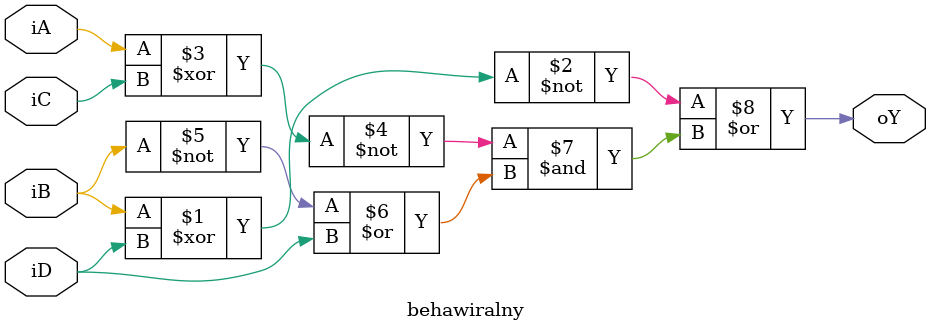
<source format=v>
`timescale 1ns / 1ps
module behawiralny(
    input iA,
    input iB,
    input iC,
    input iD,
    output oY
    );

	assign oY = ~(iB ^ iD) | ~(iA ^ iC)&(~iB | iD);

endmodule

</source>
